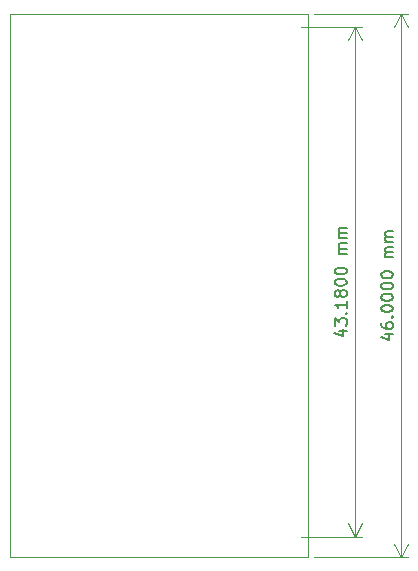
<source format=gbr>
%TF.GenerationSoftware,KiCad,Pcbnew,8.0.8*%
%TF.CreationDate,2025-03-02T20:22:08-05:00*%
%TF.ProjectId,Precharge Module V3.0,50726563-6861-4726-9765-204d6f64756c,rev?*%
%TF.SameCoordinates,Original*%
%TF.FileFunction,Profile,NP*%
%FSLAX46Y46*%
G04 Gerber Fmt 4.6, Leading zero omitted, Abs format (unit mm)*
G04 Created by KiCad (PCBNEW 8.0.8) date 2025-03-02 20:22:08*
%MOMM*%
%LPD*%
G01*
G04 APERTURE LIST*
%TA.AperFunction,Profile*%
%ADD10C,0.050000*%
%TD*%
%ADD11C,0.150000*%
G04 APERTURE END LIST*
D10*
X49563000Y-24308400D02*
X74763000Y-24308400D01*
X74763000Y-70308400D01*
X49563000Y-70308400D01*
X49563000Y-24308400D01*
D11*
X81301152Y-51451256D02*
X81967819Y-51451256D01*
X80920200Y-51689351D02*
X81634485Y-51927446D01*
X81634485Y-51927446D02*
X81634485Y-51308399D01*
X80967819Y-50498875D02*
X80967819Y-50689351D01*
X80967819Y-50689351D02*
X81015438Y-50784589D01*
X81015438Y-50784589D02*
X81063057Y-50832208D01*
X81063057Y-50832208D02*
X81205914Y-50927446D01*
X81205914Y-50927446D02*
X81396390Y-50975065D01*
X81396390Y-50975065D02*
X81777342Y-50975065D01*
X81777342Y-50975065D02*
X81872580Y-50927446D01*
X81872580Y-50927446D02*
X81920200Y-50879827D01*
X81920200Y-50879827D02*
X81967819Y-50784589D01*
X81967819Y-50784589D02*
X81967819Y-50594113D01*
X81967819Y-50594113D02*
X81920200Y-50498875D01*
X81920200Y-50498875D02*
X81872580Y-50451256D01*
X81872580Y-50451256D02*
X81777342Y-50403637D01*
X81777342Y-50403637D02*
X81539247Y-50403637D01*
X81539247Y-50403637D02*
X81444009Y-50451256D01*
X81444009Y-50451256D02*
X81396390Y-50498875D01*
X81396390Y-50498875D02*
X81348771Y-50594113D01*
X81348771Y-50594113D02*
X81348771Y-50784589D01*
X81348771Y-50784589D02*
X81396390Y-50879827D01*
X81396390Y-50879827D02*
X81444009Y-50927446D01*
X81444009Y-50927446D02*
X81539247Y-50975065D01*
X81872580Y-49975065D02*
X81920200Y-49927446D01*
X81920200Y-49927446D02*
X81967819Y-49975065D01*
X81967819Y-49975065D02*
X81920200Y-50022684D01*
X81920200Y-50022684D02*
X81872580Y-49975065D01*
X81872580Y-49975065D02*
X81967819Y-49975065D01*
X80967819Y-49308399D02*
X80967819Y-49213161D01*
X80967819Y-49213161D02*
X81015438Y-49117923D01*
X81015438Y-49117923D02*
X81063057Y-49070304D01*
X81063057Y-49070304D02*
X81158295Y-49022685D01*
X81158295Y-49022685D02*
X81348771Y-48975066D01*
X81348771Y-48975066D02*
X81586866Y-48975066D01*
X81586866Y-48975066D02*
X81777342Y-49022685D01*
X81777342Y-49022685D02*
X81872580Y-49070304D01*
X81872580Y-49070304D02*
X81920200Y-49117923D01*
X81920200Y-49117923D02*
X81967819Y-49213161D01*
X81967819Y-49213161D02*
X81967819Y-49308399D01*
X81967819Y-49308399D02*
X81920200Y-49403637D01*
X81920200Y-49403637D02*
X81872580Y-49451256D01*
X81872580Y-49451256D02*
X81777342Y-49498875D01*
X81777342Y-49498875D02*
X81586866Y-49546494D01*
X81586866Y-49546494D02*
X81348771Y-49546494D01*
X81348771Y-49546494D02*
X81158295Y-49498875D01*
X81158295Y-49498875D02*
X81063057Y-49451256D01*
X81063057Y-49451256D02*
X81015438Y-49403637D01*
X81015438Y-49403637D02*
X80967819Y-49308399D01*
X80967819Y-48356018D02*
X80967819Y-48260780D01*
X80967819Y-48260780D02*
X81015438Y-48165542D01*
X81015438Y-48165542D02*
X81063057Y-48117923D01*
X81063057Y-48117923D02*
X81158295Y-48070304D01*
X81158295Y-48070304D02*
X81348771Y-48022685D01*
X81348771Y-48022685D02*
X81586866Y-48022685D01*
X81586866Y-48022685D02*
X81777342Y-48070304D01*
X81777342Y-48070304D02*
X81872580Y-48117923D01*
X81872580Y-48117923D02*
X81920200Y-48165542D01*
X81920200Y-48165542D02*
X81967819Y-48260780D01*
X81967819Y-48260780D02*
X81967819Y-48356018D01*
X81967819Y-48356018D02*
X81920200Y-48451256D01*
X81920200Y-48451256D02*
X81872580Y-48498875D01*
X81872580Y-48498875D02*
X81777342Y-48546494D01*
X81777342Y-48546494D02*
X81586866Y-48594113D01*
X81586866Y-48594113D02*
X81348771Y-48594113D01*
X81348771Y-48594113D02*
X81158295Y-48546494D01*
X81158295Y-48546494D02*
X81063057Y-48498875D01*
X81063057Y-48498875D02*
X81015438Y-48451256D01*
X81015438Y-48451256D02*
X80967819Y-48356018D01*
X80967819Y-47403637D02*
X80967819Y-47308399D01*
X80967819Y-47308399D02*
X81015438Y-47213161D01*
X81015438Y-47213161D02*
X81063057Y-47165542D01*
X81063057Y-47165542D02*
X81158295Y-47117923D01*
X81158295Y-47117923D02*
X81348771Y-47070304D01*
X81348771Y-47070304D02*
X81586866Y-47070304D01*
X81586866Y-47070304D02*
X81777342Y-47117923D01*
X81777342Y-47117923D02*
X81872580Y-47165542D01*
X81872580Y-47165542D02*
X81920200Y-47213161D01*
X81920200Y-47213161D02*
X81967819Y-47308399D01*
X81967819Y-47308399D02*
X81967819Y-47403637D01*
X81967819Y-47403637D02*
X81920200Y-47498875D01*
X81920200Y-47498875D02*
X81872580Y-47546494D01*
X81872580Y-47546494D02*
X81777342Y-47594113D01*
X81777342Y-47594113D02*
X81586866Y-47641732D01*
X81586866Y-47641732D02*
X81348771Y-47641732D01*
X81348771Y-47641732D02*
X81158295Y-47594113D01*
X81158295Y-47594113D02*
X81063057Y-47546494D01*
X81063057Y-47546494D02*
X81015438Y-47498875D01*
X81015438Y-47498875D02*
X80967819Y-47403637D01*
X80967819Y-46451256D02*
X80967819Y-46356018D01*
X80967819Y-46356018D02*
X81015438Y-46260780D01*
X81015438Y-46260780D02*
X81063057Y-46213161D01*
X81063057Y-46213161D02*
X81158295Y-46165542D01*
X81158295Y-46165542D02*
X81348771Y-46117923D01*
X81348771Y-46117923D02*
X81586866Y-46117923D01*
X81586866Y-46117923D02*
X81777342Y-46165542D01*
X81777342Y-46165542D02*
X81872580Y-46213161D01*
X81872580Y-46213161D02*
X81920200Y-46260780D01*
X81920200Y-46260780D02*
X81967819Y-46356018D01*
X81967819Y-46356018D02*
X81967819Y-46451256D01*
X81967819Y-46451256D02*
X81920200Y-46546494D01*
X81920200Y-46546494D02*
X81872580Y-46594113D01*
X81872580Y-46594113D02*
X81777342Y-46641732D01*
X81777342Y-46641732D02*
X81586866Y-46689351D01*
X81586866Y-46689351D02*
X81348771Y-46689351D01*
X81348771Y-46689351D02*
X81158295Y-46641732D01*
X81158295Y-46641732D02*
X81063057Y-46594113D01*
X81063057Y-46594113D02*
X81015438Y-46546494D01*
X81015438Y-46546494D02*
X80967819Y-46451256D01*
X81967819Y-44927446D02*
X81301152Y-44927446D01*
X81396390Y-44927446D02*
X81348771Y-44879827D01*
X81348771Y-44879827D02*
X81301152Y-44784589D01*
X81301152Y-44784589D02*
X81301152Y-44641732D01*
X81301152Y-44641732D02*
X81348771Y-44546494D01*
X81348771Y-44546494D02*
X81444009Y-44498875D01*
X81444009Y-44498875D02*
X81967819Y-44498875D01*
X81444009Y-44498875D02*
X81348771Y-44451256D01*
X81348771Y-44451256D02*
X81301152Y-44356018D01*
X81301152Y-44356018D02*
X81301152Y-44213161D01*
X81301152Y-44213161D02*
X81348771Y-44117922D01*
X81348771Y-44117922D02*
X81444009Y-44070303D01*
X81444009Y-44070303D02*
X81967819Y-44070303D01*
X81967819Y-43594113D02*
X81301152Y-43594113D01*
X81396390Y-43594113D02*
X81348771Y-43546494D01*
X81348771Y-43546494D02*
X81301152Y-43451256D01*
X81301152Y-43451256D02*
X81301152Y-43308399D01*
X81301152Y-43308399D02*
X81348771Y-43213161D01*
X81348771Y-43213161D02*
X81444009Y-43165542D01*
X81444009Y-43165542D02*
X81967819Y-43165542D01*
X81444009Y-43165542D02*
X81348771Y-43117923D01*
X81348771Y-43117923D02*
X81301152Y-43022685D01*
X81301152Y-43022685D02*
X81301152Y-42879828D01*
X81301152Y-42879828D02*
X81348771Y-42784589D01*
X81348771Y-42784589D02*
X81444009Y-42736970D01*
X81444009Y-42736970D02*
X81967819Y-42736970D01*
D10*
X75263000Y-24308400D02*
X83249420Y-24308400D01*
X75263000Y-70308400D02*
X83249420Y-70308400D01*
X82663000Y-24308400D02*
X82663000Y-70308400D01*
X82663000Y-24308400D02*
X82663000Y-70308400D01*
X82663000Y-24308400D02*
X83249421Y-25434904D01*
X82663000Y-24308400D02*
X82076579Y-25434904D01*
X82663000Y-70308400D02*
X82076579Y-69181896D01*
X82663000Y-70308400D02*
X83249421Y-69181896D01*
D11*
X77378152Y-51132856D02*
X78044819Y-51132856D01*
X76997200Y-51370951D02*
X77711485Y-51609046D01*
X77711485Y-51609046D02*
X77711485Y-50989999D01*
X77044819Y-50704284D02*
X77044819Y-50085237D01*
X77044819Y-50085237D02*
X77425771Y-50418570D01*
X77425771Y-50418570D02*
X77425771Y-50275713D01*
X77425771Y-50275713D02*
X77473390Y-50180475D01*
X77473390Y-50180475D02*
X77521009Y-50132856D01*
X77521009Y-50132856D02*
X77616247Y-50085237D01*
X77616247Y-50085237D02*
X77854342Y-50085237D01*
X77854342Y-50085237D02*
X77949580Y-50132856D01*
X77949580Y-50132856D02*
X77997200Y-50180475D01*
X77997200Y-50180475D02*
X78044819Y-50275713D01*
X78044819Y-50275713D02*
X78044819Y-50561427D01*
X78044819Y-50561427D02*
X77997200Y-50656665D01*
X77997200Y-50656665D02*
X77949580Y-50704284D01*
X77949580Y-49656665D02*
X77997200Y-49609046D01*
X77997200Y-49609046D02*
X78044819Y-49656665D01*
X78044819Y-49656665D02*
X77997200Y-49704284D01*
X77997200Y-49704284D02*
X77949580Y-49656665D01*
X77949580Y-49656665D02*
X78044819Y-49656665D01*
X78044819Y-48656666D02*
X78044819Y-49228094D01*
X78044819Y-48942380D02*
X77044819Y-48942380D01*
X77044819Y-48942380D02*
X77187676Y-49037618D01*
X77187676Y-49037618D02*
X77282914Y-49132856D01*
X77282914Y-49132856D02*
X77330533Y-49228094D01*
X77473390Y-48085237D02*
X77425771Y-48180475D01*
X77425771Y-48180475D02*
X77378152Y-48228094D01*
X77378152Y-48228094D02*
X77282914Y-48275713D01*
X77282914Y-48275713D02*
X77235295Y-48275713D01*
X77235295Y-48275713D02*
X77140057Y-48228094D01*
X77140057Y-48228094D02*
X77092438Y-48180475D01*
X77092438Y-48180475D02*
X77044819Y-48085237D01*
X77044819Y-48085237D02*
X77044819Y-47894761D01*
X77044819Y-47894761D02*
X77092438Y-47799523D01*
X77092438Y-47799523D02*
X77140057Y-47751904D01*
X77140057Y-47751904D02*
X77235295Y-47704285D01*
X77235295Y-47704285D02*
X77282914Y-47704285D01*
X77282914Y-47704285D02*
X77378152Y-47751904D01*
X77378152Y-47751904D02*
X77425771Y-47799523D01*
X77425771Y-47799523D02*
X77473390Y-47894761D01*
X77473390Y-47894761D02*
X77473390Y-48085237D01*
X77473390Y-48085237D02*
X77521009Y-48180475D01*
X77521009Y-48180475D02*
X77568628Y-48228094D01*
X77568628Y-48228094D02*
X77663866Y-48275713D01*
X77663866Y-48275713D02*
X77854342Y-48275713D01*
X77854342Y-48275713D02*
X77949580Y-48228094D01*
X77949580Y-48228094D02*
X77997200Y-48180475D01*
X77997200Y-48180475D02*
X78044819Y-48085237D01*
X78044819Y-48085237D02*
X78044819Y-47894761D01*
X78044819Y-47894761D02*
X77997200Y-47799523D01*
X77997200Y-47799523D02*
X77949580Y-47751904D01*
X77949580Y-47751904D02*
X77854342Y-47704285D01*
X77854342Y-47704285D02*
X77663866Y-47704285D01*
X77663866Y-47704285D02*
X77568628Y-47751904D01*
X77568628Y-47751904D02*
X77521009Y-47799523D01*
X77521009Y-47799523D02*
X77473390Y-47894761D01*
X77044819Y-47085237D02*
X77044819Y-46989999D01*
X77044819Y-46989999D02*
X77092438Y-46894761D01*
X77092438Y-46894761D02*
X77140057Y-46847142D01*
X77140057Y-46847142D02*
X77235295Y-46799523D01*
X77235295Y-46799523D02*
X77425771Y-46751904D01*
X77425771Y-46751904D02*
X77663866Y-46751904D01*
X77663866Y-46751904D02*
X77854342Y-46799523D01*
X77854342Y-46799523D02*
X77949580Y-46847142D01*
X77949580Y-46847142D02*
X77997200Y-46894761D01*
X77997200Y-46894761D02*
X78044819Y-46989999D01*
X78044819Y-46989999D02*
X78044819Y-47085237D01*
X78044819Y-47085237D02*
X77997200Y-47180475D01*
X77997200Y-47180475D02*
X77949580Y-47228094D01*
X77949580Y-47228094D02*
X77854342Y-47275713D01*
X77854342Y-47275713D02*
X77663866Y-47323332D01*
X77663866Y-47323332D02*
X77425771Y-47323332D01*
X77425771Y-47323332D02*
X77235295Y-47275713D01*
X77235295Y-47275713D02*
X77140057Y-47228094D01*
X77140057Y-47228094D02*
X77092438Y-47180475D01*
X77092438Y-47180475D02*
X77044819Y-47085237D01*
X77044819Y-46132856D02*
X77044819Y-46037618D01*
X77044819Y-46037618D02*
X77092438Y-45942380D01*
X77092438Y-45942380D02*
X77140057Y-45894761D01*
X77140057Y-45894761D02*
X77235295Y-45847142D01*
X77235295Y-45847142D02*
X77425771Y-45799523D01*
X77425771Y-45799523D02*
X77663866Y-45799523D01*
X77663866Y-45799523D02*
X77854342Y-45847142D01*
X77854342Y-45847142D02*
X77949580Y-45894761D01*
X77949580Y-45894761D02*
X77997200Y-45942380D01*
X77997200Y-45942380D02*
X78044819Y-46037618D01*
X78044819Y-46037618D02*
X78044819Y-46132856D01*
X78044819Y-46132856D02*
X77997200Y-46228094D01*
X77997200Y-46228094D02*
X77949580Y-46275713D01*
X77949580Y-46275713D02*
X77854342Y-46323332D01*
X77854342Y-46323332D02*
X77663866Y-46370951D01*
X77663866Y-46370951D02*
X77425771Y-46370951D01*
X77425771Y-46370951D02*
X77235295Y-46323332D01*
X77235295Y-46323332D02*
X77140057Y-46275713D01*
X77140057Y-46275713D02*
X77092438Y-46228094D01*
X77092438Y-46228094D02*
X77044819Y-46132856D01*
X78044819Y-44609046D02*
X77378152Y-44609046D01*
X77473390Y-44609046D02*
X77425771Y-44561427D01*
X77425771Y-44561427D02*
X77378152Y-44466189D01*
X77378152Y-44466189D02*
X77378152Y-44323332D01*
X77378152Y-44323332D02*
X77425771Y-44228094D01*
X77425771Y-44228094D02*
X77521009Y-44180475D01*
X77521009Y-44180475D02*
X78044819Y-44180475D01*
X77521009Y-44180475D02*
X77425771Y-44132856D01*
X77425771Y-44132856D02*
X77378152Y-44037618D01*
X77378152Y-44037618D02*
X77378152Y-43894761D01*
X77378152Y-43894761D02*
X77425771Y-43799522D01*
X77425771Y-43799522D02*
X77521009Y-43751903D01*
X77521009Y-43751903D02*
X78044819Y-43751903D01*
X78044819Y-43275713D02*
X77378152Y-43275713D01*
X77473390Y-43275713D02*
X77425771Y-43228094D01*
X77425771Y-43228094D02*
X77378152Y-43132856D01*
X77378152Y-43132856D02*
X77378152Y-42989999D01*
X77378152Y-42989999D02*
X77425771Y-42894761D01*
X77425771Y-42894761D02*
X77521009Y-42847142D01*
X77521009Y-42847142D02*
X78044819Y-42847142D01*
X77521009Y-42847142D02*
X77425771Y-42799523D01*
X77425771Y-42799523D02*
X77378152Y-42704285D01*
X77378152Y-42704285D02*
X77378152Y-42561428D01*
X77378152Y-42561428D02*
X77425771Y-42466189D01*
X77425771Y-42466189D02*
X77521009Y-42418570D01*
X77521009Y-42418570D02*
X78044819Y-42418570D01*
D10*
X74160000Y-68580000D02*
X79326420Y-68580000D01*
X74160000Y-25400000D02*
X79326420Y-25400000D01*
X78740000Y-68580000D02*
X78740000Y-25400000D01*
X78740000Y-68580000D02*
X78740000Y-25400000D01*
X78740000Y-68580000D02*
X78153579Y-67453496D01*
X78740000Y-68580000D02*
X79326421Y-67453496D01*
X78740000Y-25400000D02*
X79326421Y-26526504D01*
X78740000Y-25400000D02*
X78153579Y-26526504D01*
M02*

</source>
